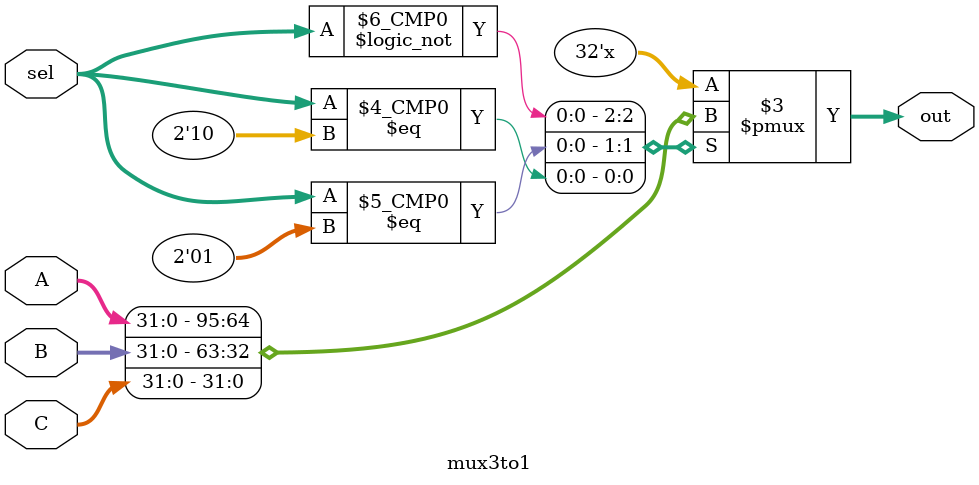
<source format=v>
`timescale 1ns / 1ps


// select = sel

module mux3to1(A, B, C, sel, out);
input [31:0] A;
input [31:0] B;
input [31:0] C;

input [1:0] sel;
output reg [31:0] out;

always@(A, B, C, sel)
case(sel)
    // 0
    2'b00: out = A;
    // 1
    2'b01: out = B;
    // 2
    2'b10: out = C;
endcase

endmodule
</source>
